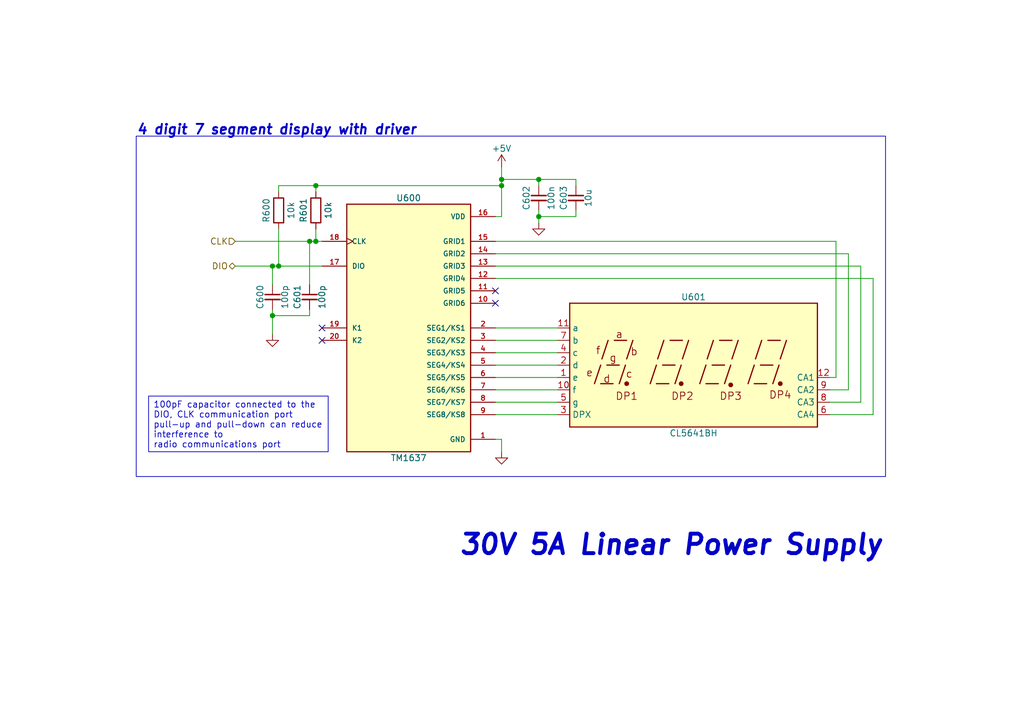
<source format=kicad_sch>
(kicad_sch (version 20231120) (generator "eeschema") (generator_version "8.0")
  (paper "A5")
  (title_block (title "4 digit 7 segment display") (date "2024-02-25") (rev "V1.0") (company "Dominik Workshop"))
  (lib_symbols
    (symbol "Device:C_Small" (pin_numbers hide) (pin_names (offset 0.254) hide)
      (property "Reference" "C" (at 0.254 1.778 0))
      (property "Value" "C_Small" (at 0.254 -2.032 0))
      (symbol "C_Small_0_1"
        (polyline (pts (xy -1.524 -0.508) (xy 1.524 -0.508)) (stroke (width 0.3302)))
        (polyline (pts (xy -1.524 0.508) (xy 1.524 0.508)) (stroke (width 0.3048)))
      )
      (symbol "C_Small_1_1"
        (pin passive line (at 0 2.54 270) (length 2.032) (name "~") (number "1"))
        (pin passive line (at 0 -2.54 90) (length 2.032) (name "~") (number "2"))
      )
    )
    (symbol "Device:R" (pin_numbers hide) (pin_names (offset 0))
      (property "Reference" "R" (at 2.032 0 90))
      (property "Value" "R" (at 0 0 90))
      (symbol "R_0_1"
        (rectangle (start -1.016 -2.54) (end 1.016 2.54) (stroke (width 0.254)))
      )
      (symbol "R_1_1"
        (pin passive line (at 0 3.81 270) (length 1.27) (name "~") (number "1"))
        (pin passive line (at 0 -3.81 90) (length 1.27) (name "~") (number "2"))
      )
    )
    (symbol "Display_Character:CA56-12SURKWA"
      (property "Reference" "U" (at -24.13 13.97 0))
      (property "Value" "CA56-12SURKWA" (at 17.78 13.97 0))
      (symbol "CA56-12SURKWA_0_0"
        (rectangle (start -25.4 12.7) (end 25.4 -12.7) (stroke (width 0.254)) (fill (type background)))
        (polyline (pts (xy -20.32 -3.81) (xy -19.05 0)) (stroke (width 0.254)))
        (polyline (pts (xy -19.05 -3.81) (xy -16.51 -3.81)) (stroke (width 0.254)))
        (polyline (pts (xy -18.796 1.27) (xy -17.526 5.08)) (stroke (width 0.254)))
        (polyline (pts (xy -17.78 0) (xy -15.24 0)) (stroke (width 0.254)))
        (polyline (pts (xy -16.256 5.08) (xy -13.716 5.08)) (stroke (width 0.254)))
        (polyline (pts (xy -15.24 -3.81) (xy -13.97 0)) (stroke (width 0.254)))
        (polyline (pts (xy -13.716 1.27) (xy -12.446 5.08)) (stroke (width 0.254)))
        (polyline (pts (xy -8.89 -3.81) (xy -7.62 0)) (stroke (width 0.254)))
        (polyline (pts (xy -7.62 -3.81) (xy -5.08 -3.81)) (stroke (width 0.254)))
        (polyline (pts (xy -7.366 1.27) (xy -6.096 5.08)) (stroke (width 0.254)))
        (polyline (pts (xy -6.35 0) (xy -3.81 0)) (stroke (width 0.254)))
        (polyline (pts (xy -4.826 5.08) (xy -2.286 5.08)) (stroke (width 0.254)))
        (polyline (pts (xy -3.81 -3.81) (xy -2.54 0)) (stroke (width 0.254)))
        (polyline (pts (xy -2.286 1.27) (xy -1.016 5.08)) (stroke (width 0.254)))
        (polyline (pts (xy 1.27 -3.81) (xy 2.54 0)) (stroke (width 0.254)))
        (polyline (pts (xy 2.54 -3.81) (xy 5.08 -3.81)) (stroke (width 0.254)))
        (polyline (pts (xy 2.794 1.27) (xy 4.064 5.08)) (stroke (width 0.254)))
        (polyline (pts (xy 3.81 0) (xy 6.35 0)) (stroke (width 0.254)))
        (polyline (pts (xy 5.334 5.08) (xy 7.874 5.08)) (stroke (width 0.254)))
        (polyline (pts (xy 6.35 -3.81) (xy 7.62 0)) (stroke (width 0.254)))
        (polyline (pts (xy 7.874 1.27) (xy 9.144 5.08)) (stroke (width 0.254)))
        (polyline (pts (xy 11.176 -3.81) (xy 12.446 0)) (stroke (width 0.254)))
        (polyline (pts (xy 12.446 -3.81) (xy 14.986 -3.81)) (stroke (width 0.254)))
        (polyline (pts (xy 12.7 1.27) (xy 13.97 5.08)) (stroke (width 0.254)))
        (polyline (pts (xy 13.716 0) (xy 16.256 0)) (stroke (width 0.254)))
        (polyline (pts (xy 15.24 5.08) (xy 17.78 5.08)) (stroke (width 0.254)))
        (polyline (pts (xy 16.256 -3.81) (xy 17.526 0)) (stroke (width 0.254)))
        (polyline (pts (xy 17.78 1.27) (xy 19.05 5.08)) (stroke (width 0.254)))
        (text "a" (at -15.24 6.35 0) (effects (font (size 1.524 1.524))))
        (text "b" (at -12.192 2.794 0) (effects (font (size 1.524 1.524))))
        (text "c" (at -13.208 -1.778 0) (effects (font (size 1.524 1.524))))
        (text "d" (at -17.78 -2.794 0) (effects (font (size 1.524 1.524))))
        (text "DP1" (at -13.716 -6.35 0) (effects (font (size 1.524 1.524))))
        (text "DP2" (at -2.286 -6.35 0) (effects (font (size 1.524 1.524))))
        (text "DP3" (at 7.62 -6.35 0) (effects (font (size 1.524 1.524))))
        (text "DP4" (at 17.78 -6.096 0) (effects (font (size 1.524 1.524))))
        (text "e" (at -21.336 -1.524 0) (effects (font (size 1.524 1.524))))
        (text "f" (at -19.558 3.048 0) (effects (font (size 1.524 1.524))))
        (text "g" (at -16.51 1.524 0) (effects (font (size 1.524 1.524))))
      )
      (symbol "CA56-12SURKWA_0_1"
        (circle (center -13.716 -3.81) (radius 0.3556) (stroke (width 0.254)) (fill (type outline)))
        (circle (center -2.54 -3.81) (radius 0.3556) (stroke (width 0.254)) (fill (type outline)))
      )
      (symbol "CA56-12SURKWA_1_0"
        (circle (center 7.62 -4.064) (radius 0.3556) (stroke (width 0.254)) (fill (type outline)))
        (circle (center 17.78 -3.81) (radius 0.3556) (stroke (width 0.254)) (fill (type outline)))
      )
      (symbol "CA56-12SURKWA_1_1"
        (pin input line (at -27.94 -2.54 0) (length 2.54) (name "e") (number "1"))
        (pin input line (at -27.94 -5.08 0) (length 2.54) (name "f") (number "10"))
        (pin input line (at -27.94 7.62 0) (length 2.54) (name "a") (number "11"))
        (pin input line (at 27.94 -2.54 180) (length 2.54) (name "CA1") (number "12"))
        (pin input line (at -27.94 0 0) (length 2.54) (name "d") (number "2"))
        (pin input line (at -27.94 -10.16 0) (length 2.54) (name "DPX") (number "3"))
        (pin input line (at -27.94 2.54 0) (length 2.54) (name "c") (number "4"))
        (pin input line (at -27.94 -7.62 0) (length 2.54) (name "g") (number "5"))
        (pin input line (at 27.94 -10.16 180) (length 2.54) (name "CA4") (number "6"))
        (pin input line (at -27.94 5.08 0) (length 2.54) (name "b") (number "7"))
        (pin input line (at 27.94 -7.62 180) (length 2.54) (name "CA3") (number "8"))
        (pin input line (at 27.94 -5.08 180) (length 2.54) (name "CA2") (number "9"))
      )
    )
    (symbol "TM1637:TM1637" (pin_names (offset 1.016))
      (property "Reference" "U" (at -12.7 27.94 0))
      (property "Value" "TM1637" (at -12.7 -30.48 0))
      (symbol "TM1637_0_0"
        (rectangle (start -12.7 -25.4) (end 12.7 25.4) (stroke (width 0.254)) (fill (type background)))
        (pin power_in line (at 17.78 -22.86 180) (length 5.08) (name "GND") (number "1"))
        (pin output line (at 17.78 5.08 180) (length 5.08) (name "GRID6") (number "10"))
        (pin output line (at 17.78 7.62 180) (length 5.08) (name "GRID5") (number "11"))
        (pin output line (at 17.78 10.16 180) (length 5.08) (name "GRID4") (number "12"))
        (pin output line (at 17.78 12.7 180) (length 5.08) (name "GRID3") (number "13"))
        (pin output line (at 17.78 15.24 180) (length 5.08) (name "GRID2") (number "14"))
        (pin output line (at 17.78 17.78 180) (length 5.08) (name "GRID1") (number "15"))
        (pin power_in line (at 17.78 22.86 180) (length 5.08) (name "VDD") (number "16"))
        (pin bidirectional line (at -17.78 12.7 0) (length 5.08) (name "DIO") (number "17"))
        (pin input clock (at -17.78 17.78 0) (length 5.08) (name "CLK") (number "18"))
        (pin input line (at -17.78 0 0) (length 5.08) (name "K1") (number "19"))
        (pin output line (at 17.78 0 180) (length 5.08) (name "SEG1/KS1") (number "2"))
        (pin input line (at -17.78 -2.54 0) (length 5.08) (name "K2") (number "20"))
        (pin output line (at 17.78 -2.54 180) (length 5.08) (name "SEG2/KS2") (number "3"))
        (pin output line (at 17.78 -5.08 180) (length 5.08) (name "SEG3/KS3") (number "4"))
        (pin output line (at 17.78 -7.62 180) (length 5.08) (name "SEG4/KS4") (number "5"))
        (pin output line (at 17.78 -10.16 180) (length 5.08) (name "SEG5/KS5") (number "6"))
        (pin output line (at 17.78 -12.7 180) (length 5.08) (name "SEG6/KS6") (number "7"))
        (pin output line (at 17.78 -15.24 180) (length 5.08) (name "SEG7/KS7") (number "8"))
        (pin output line (at 17.78 -17.78 180) (length 5.08) (name "SEG8/KS8") (number "9"))
      )
    )
    (symbol "power:+5V" (power) (pin_names (offset 0))
      (property "Value" "+5V" (at 0 3.556 0))
      (symbol "+5V_0_1"
        (polyline (pts (xy -0.762 1.27) (xy 0 2.54)))
        (polyline (pts (xy 0 0) (xy 0 2.54)))
        (polyline (pts (xy 0 2.54) (xy 0.762 1.27)))
      )
      (symbol "+5V_1_1"
        (pin power_in line (at 0 0 90) (length 0) hide (name "+5V") (number "1"))
      )
    )
    (symbol "power:GND" (power) (pin_names (offset 0))
      (property "Value" "GND" (at 0 -3.81 0))
      (symbol "GND_0_1"
        (polyline (pts (xy 0 0) (xy 0 -1.27) (xy 1.27 -1.27) (xy 0 -2.54) (xy -1.27 -1.27) (xy 0 -1.27)))
      )
      (symbol "GND_1_1"
        (pin power_in line (at 0 0 270) (length 0) hide (name "GND") (number "1"))
      )
    )
  )
  (junction (at 55.88 64.77))
  (junction (at 55.88 54.61))
  (junction (at 102.87 36.83))
  (junction (at 64.77 38.1))
  (junction (at 110.49 36.83))
  (junction (at 63.5 49.53))
  (junction (at 110.49 44.45))
  (junction (at 64.77 49.53))
  (junction (at 102.87 38.1))
  (junction (at 57.15 54.61))
  (no_connect (at 66.04 69.85))
  (no_connect (at 101.6 62.23))
  (no_connect (at 101.6 59.69))
  (no_connect (at 66.04 67.31))
  (wire (pts (xy 66.04 54.61) (xy 57.15 54.61)))
  (wire (pts (xy 63.5 49.53) (xy 63.5 58.42)))
  (wire (pts (xy 110.49 44.45) (xy 118.11 44.45)))
  (wire (pts (xy 171.45 49.53) (xy 171.45 77.47)))
  (wire (pts (xy 110.49 38.1) (xy 110.49 36.83)))
  (wire (pts (xy 64.77 38.1) (xy 64.77 39.37)))
  (wire (pts (xy 118.11 38.1) (xy 118.11 36.83)))
  (wire (pts (xy 114.3 85.09) (xy 101.6 85.09)))
  (wire (pts (xy 170.18 77.47) (xy 171.45 77.47)))
  (wire (pts (xy 102.87 36.83) (xy 110.49 36.83)))
  (wire (pts (xy 173.99 80.01) (xy 173.99 52.07)))
  (wire (pts (xy 101.6 54.61) (xy 176.53 54.61)))
  (wire (pts (xy 114.3 72.39) (xy 101.6 72.39)))
  (wire (pts (xy 170.18 80.01) (xy 173.99 80.01)))
  (wire (pts (xy 114.3 69.85) (xy 101.6 69.85)))
  (wire (pts (xy 57.15 39.37) (xy 57.15 38.1)))
  (wire (pts (xy 55.88 54.61) (xy 57.15 54.61)))
  (wire (pts (xy 170.18 85.09) (xy 179.07 85.09)))
  (wire (pts (xy 55.88 63.5) (xy 55.88 64.77)))
  (wire (pts (xy 55.88 54.61) (xy 55.88 58.42)))
  (wire (pts (xy 102.87 36.83) (xy 102.87 38.1)))
  (wire (pts (xy 110.49 43.18) (xy 110.49 44.45)))
  (wire (pts (xy 114.3 77.47) (xy 101.6 77.47)))
  (wire (pts (xy 48.26 54.61) (xy 55.88 54.61)))
  (wire (pts (xy 173.99 52.07) (xy 101.6 52.07)))
  (wire (pts (xy 55.88 64.77) (xy 63.5 64.77)))
  (wire (pts (xy 55.88 64.77) (xy 55.88 68.58)))
  (wire (pts (xy 114.3 80.01) (xy 101.6 80.01)))
  (wire (pts (xy 64.77 49.53) (xy 64.77 46.99)))
  (wire (pts (xy 102.87 44.45) (xy 101.6 44.45)))
  (wire (pts (xy 63.5 49.53) (xy 64.77 49.53)))
  (wire (pts (xy 102.87 34.29) (xy 102.87 36.83)))
  (wire (pts (xy 171.45 49.53) (xy 101.6 49.53)))
  (wire (pts (xy 114.3 82.55) (xy 101.6 82.55)))
  (wire (pts (xy 57.15 54.61) (xy 57.15 46.99)))
  (wire (pts (xy 114.3 74.93) (xy 101.6 74.93)))
  (wire (pts (xy 48.26 49.53) (xy 63.5 49.53)))
  (wire (pts (xy 118.11 36.83) (xy 110.49 36.83)))
  (wire (pts (xy 101.6 90.17) (xy 102.87 90.17)))
  (wire (pts (xy 176.53 82.55) (xy 176.53 54.61)))
  (wire (pts (xy 110.49 45.72) (xy 110.49 44.45)))
  (wire (pts (xy 170.18 82.55) (xy 176.53 82.55)))
  (wire (pts (xy 63.5 63.5) (xy 63.5 64.77)))
  (wire (pts (xy 64.77 38.1) (xy 102.87 38.1)))
  (wire (pts (xy 179.07 57.15) (xy 101.6 57.15)))
  (wire (pts (xy 114.3 67.31) (xy 101.6 67.31)))
  (wire (pts (xy 118.11 43.18) (xy 118.11 44.45)))
  (wire (pts (xy 66.04 49.53) (xy 64.77 49.53)))
  (wire (pts (xy 179.07 85.09) (xy 179.07 57.15)))
  (wire (pts (xy 102.87 90.17) (xy 102.87 92.71)))
  (wire (pts (xy 57.15 38.1) (xy 64.77 38.1)))
  (wire (pts (xy 102.87 38.1) (xy 102.87 44.45)))
  (rectangle (start 27.94 27.94) (end 181.61 97.79))
  (text_box "100pF capacitor connected to the DIO, CLK communication port pull-up and pull-down can reduce interference to\nradio communications port" (at 30.48 81.28 0) (size 36.83 11.43) (effects (font (size 1.27 1.27)) (justify left top)))
  (text "4 digit 7 segment display with driver\n" (at 27.94 27.94 0) (effects (font (size 2 2) (bold yes) (italic yes)) (justify left bottom)))
  (text "30V 5A Linear Power Supply" (at 93.98 114.3 0) (effects (font (size 4 4) (thickness 0.8) (bold yes) (italic yes)) (justify left bottom)))
  (hierarchical_label "DIO" (shape bidirectional) (at 48.26 54.61 180))
  (hierarchical_label "CLK" (shape input) (at 48.26 49.53 180))
  (symbol (lib_id "TM1637:TM1637") (at 83.82 67.31 0) (unit 1)
    (property "Reference" "U600" (at 83.82 40.64 0))
    (property "Value" "TM1637" (at 83.82 93.98 0))
    (property "Footprint" "Package_SO:SOP-20_7.5x12.8mm_P1.27mm" (effects (hide yes)))
    (property "Datasheet" "https://m5stack.oss-cn-shenzhen.aliyuncs.com/resource/docs/datasheet/unit/digi_clock/TM1637.pdf" (effects (hide yes)))
    (property "Description" "\nLED Drive Control Special Circuit\n" (effects (hide yes)))
    (property "PARTREV" "v2.5" (effects (hide yes)))
    (property "SnapEDA_Link" "https://www.snapeda.com/parts/TM1637/Titan+Micro+Electronics/view-part/?ref=snap" (effects (hide yes)))
    (property "MP" "TM1637" (effects (hide yes)))
  )
  (symbol (lib_id "Device:R") (at 57.15 43.18 0) (unit 1)
    (property "Reference" "R600" (at 54.61 43.18 90))
    (property "Value" "10k" (at 59.69 43.18 90))
    (property "Footprint" "Resistor_SMD:R_0603_1608Metric" (effects (hide yes)))
  )
  (symbol (lib_id "Device:C_Small") (at 118.11 40.64 0) (unit 1)
    (property "Reference" "C603" (at 115.57 40.64 90))
    (property "Value" "10u" (at 120.65 40.64 90))
    (property "Footprint" "Capacitor_SMD:C_0603_1608Metric" (effects (hide yes)))
  )
  (symbol (lib_id "power:GND") (at 110.49 45.72 0) (unit 1)
    (property "Reference" "#PWR0603" (effects (hide yes)))
    (property "Value" "GND" (effects (hide yes)))
  )
  (symbol (lib_id "Device:C_Small") (at 63.5 60.96 0) (unit 1)
    (property "Reference" "C601" (at 60.96 60.96 90))
    (property "Value" "100p" (at 66.04 60.96 90))
    (property "Footprint" "Capacitor_SMD:C_0603_1608Metric" (effects (hide yes)))
  )
  (symbol (lib_id "power:+5V") (at 102.87 34.29 0) (mirror y) (unit 1)
    (property "Reference" "#PWR0601" (effects (hide yes)))
    (property "Value" "+5V" (at 102.87 30.48 0))
  )
  (symbol (lib_id "Display_Character:CA56-12SURKWA") (at 142.24 74.93 0) (unit 1)
    (property "Reference" "U601" (at 142.24 60.96 0))
    (property "Value" "CL5641BH" (at 142.24 88.9 0))
    (property "Footprint" "Display_7Segment:CA56-12SURKWA" (effects (hide yes)))
    (property "Datasheet" "http://www.xlitx.com/datasheet/5641BH.pdf" (effects (hide yes)))
  )
  (symbol (lib_id "power:GND") (at 102.87 92.71 0) (unit 1)
    (property "Reference" "#PWR0602" (effects (hide yes)))
    (property "Value" "GND" (effects (hide yes)))
  )
  (symbol (lib_id "Device:C_Small") (at 110.49 40.64 0) (unit 1)
    (property "Reference" "C602" (at 107.95 40.64 90))
    (property "Value" "100n" (at 113.03 40.64 90))
    (property "Footprint" "Capacitor_SMD:C_0603_1608Metric" (effects (hide yes)))
  )
  (symbol (lib_id "Device:C_Small") (at 55.88 60.96 0) (unit 1)
    (property "Reference" "C600" (at 53.34 60.96 90))
    (property "Value" "100p" (at 58.42 60.96 90))
    (property "Footprint" "Capacitor_SMD:C_0603_1608Metric" (effects (hide yes)))
  )
  (symbol (lib_id "Device:R") (at 64.77 43.18 0) (unit 1)
    (property "Reference" "R601" (at 62.23 43.18 90))
    (property "Value" "10k" (at 67.31 43.18 90))
    (property "Footprint" "Resistor_SMD:R_0603_1608Metric" (effects (hide yes)))
  )
  (symbol (lib_id "power:GND") (at 55.88 68.58 0) (unit 1)
    (property "Reference" "#PWR0600" (effects (hide yes)))
    (property "Value" "GND" (effects (hide yes)))
  )
)
</source>
